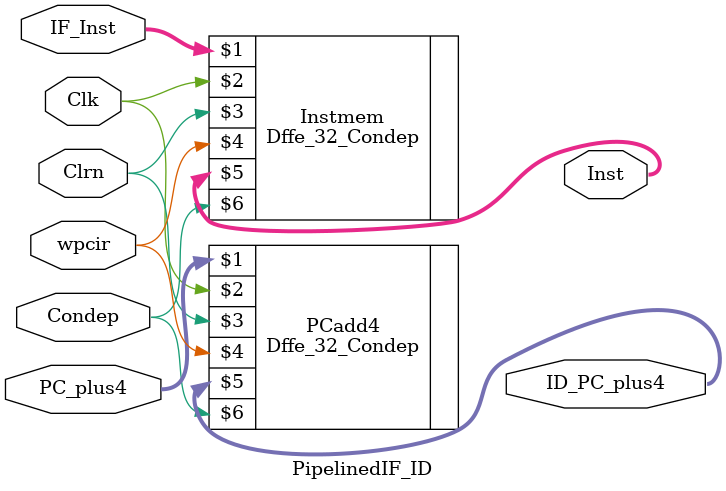
<source format=v>
`timescale 1ns / 1ps

module PipelinedIF_ID(PC_plus4,IF_Inst,wpcir,Clk,Clrn,ID_PC_plus4,Inst,Condep);
    input [31:0]PC_plus4,IF_Inst;
    input       wpcir,Clk,Clrn,Condep;
    output [31:0]ID_PC_plus4,Inst;
    Dffe_32_Condep PCadd4(PC_plus4,Clk,Clrn,wpcir,ID_PC_plus4,Condep);//IF/IDPC+4寄存器
    Dffe_32_Condep Instmem(IF_Inst,Clk,Clrn,wpcir,Inst,Condep); //IF/ID指令寄存器
endmodule

</source>
